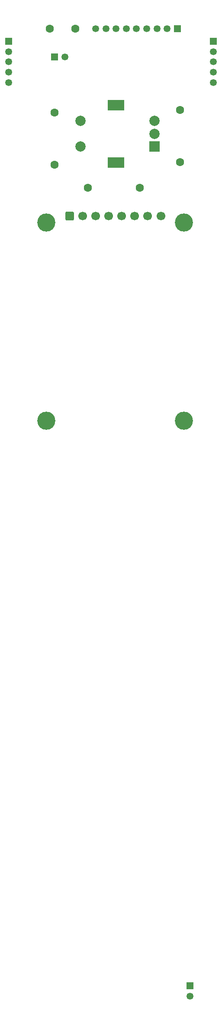
<source format=gbr>
%TF.GenerationSoftware,KiCad,Pcbnew,9.0.3*%
%TF.CreationDate,2026-02-16T14:50:12+01:00*%
%TF.ProjectId,Channel,4368616e-6e65-46c2-9e6b-696361645f70,rev?*%
%TF.SameCoordinates,Original*%
%TF.FileFunction,Soldermask,Bot*%
%TF.FilePolarity,Negative*%
%FSLAX46Y46*%
G04 Gerber Fmt 4.6, Leading zero omitted, Abs format (unit mm)*
G04 Created by KiCad (PCBNEW 9.0.3) date 2026-02-16 14:50:12*
%MOMM*%
%LPD*%
G01*
G04 APERTURE LIST*
G04 Aperture macros list*
%AMRoundRect*
0 Rectangle with rounded corners*
0 $1 Rounding radius*
0 $2 $3 $4 $5 $6 $7 $8 $9 X,Y pos of 4 corners*
0 Add a 4 corners polygon primitive as box body*
4,1,4,$2,$3,$4,$5,$6,$7,$8,$9,$2,$3,0*
0 Add four circle primitives for the rounded corners*
1,1,$1+$1,$2,$3*
1,1,$1+$1,$4,$5*
1,1,$1+$1,$6,$7*
1,1,$1+$1,$8,$9*
0 Add four rect primitives between the rounded corners*
20,1,$1+$1,$2,$3,$4,$5,0*
20,1,$1+$1,$4,$5,$6,$7,0*
20,1,$1+$1,$6,$7,$8,$9,0*
20,1,$1+$1,$8,$9,$2,$3,0*%
G04 Aperture macros list end*
%ADD10R,1.350000X1.350000*%
%ADD11C,1.350000*%
%ADD12C,1.600000*%
%ADD13C,3.540000*%
%ADD14RoundRect,0.255000X-0.595000X-0.595000X0.595000X-0.595000X0.595000X0.595000X-0.595000X0.595000X0*%
%ADD15C,1.700000*%
%ADD16R,2.000000X2.000000*%
%ADD17C,2.000000*%
%ADD18R,3.200000X2.000000*%
G04 APERTURE END LIST*
D10*
%TO.C,J2*%
X87000000Y-49000000D03*
D11*
X87000000Y-51000000D03*
X87000000Y-53000000D03*
X87000000Y-55000000D03*
X87000000Y-57000000D03*
%TD*%
D12*
%TO.C,R3*%
X80500000Y-72500000D03*
X80500000Y-62340000D03*
%TD*%
D13*
%TO.C,U1*%
X54350000Y-84275000D03*
X54350000Y-122925000D03*
X81300000Y-84275000D03*
X81300000Y-122925000D03*
D14*
X58900000Y-83000000D03*
D15*
X61450000Y-83000000D03*
X64000000Y-83000000D03*
X66550000Y-83000000D03*
X69100000Y-83000000D03*
X71650000Y-83000000D03*
X74200000Y-83000000D03*
X76750000Y-83000000D03*
%TD*%
D10*
%TO.C,J1*%
X80000000Y-46500000D03*
D11*
X78000000Y-46500000D03*
X76000000Y-46500000D03*
X74000000Y-46500000D03*
X72000000Y-46500000D03*
X70000000Y-46500000D03*
X68000000Y-46500000D03*
X66000000Y-46500000D03*
X64000000Y-46500000D03*
%TD*%
D10*
%TO.C,J4*%
X82500000Y-233000000D03*
D11*
X82500000Y-235000000D03*
%TD*%
D16*
%TO.C,SW1*%
X75500000Y-69500000D03*
D17*
X75500000Y-64500000D03*
X75500000Y-67000000D03*
D18*
X68000000Y-72600000D03*
X68000000Y-61400000D03*
D17*
X61000000Y-64500000D03*
X61000000Y-69500000D03*
%TD*%
D10*
%TO.C,J6*%
X56000000Y-52000000D03*
D11*
X58000000Y-52000000D03*
%TD*%
D12*
%TO.C,C1*%
X60000000Y-46500000D03*
X55000000Y-46500000D03*
%TD*%
D10*
%TO.C,J3*%
X47000000Y-49000000D03*
D11*
X47000000Y-51000000D03*
X47000000Y-53000000D03*
X47000000Y-55000000D03*
X47000000Y-57000000D03*
%TD*%
D12*
%TO.C,R2*%
X62500000Y-77500000D03*
X72660000Y-77500000D03*
%TD*%
%TO.C,R1*%
X56000000Y-73000000D03*
X56000000Y-62840000D03*
%TD*%
M02*

</source>
